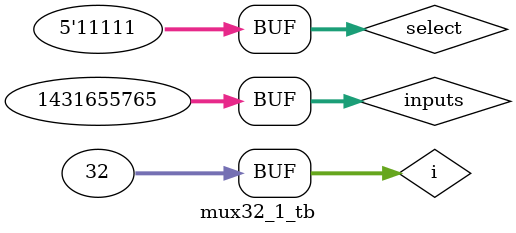
<source format=sv>
`timescale 10ps/1ps
module mux32_1 (out, inputs, select);   
  output logic out;    
  input  logic [31:0] inputs;
  input  logic [4:0] select;
     
  logic  v0, v1;   
  
  mux16_1 m0(.out(v0), .inputs(inputs[15:0]), .select(select[3:0])); //combines 2 16:1 muxes using a 2:1 mux to create 32:1 mux   
  mux16_1 m1(.out(v1), .inputs(inputs[31:16]), .select(select[3:0]));
  mux2_1 m(.out(out), .inputs({v1,v0}), .select(select[4])); // 16:1 muxes outputs go into inputs of 2:1 mux
endmodule

module mux32_1_tb();  // tests various input configurations
  logic  [31:0] inputs;
  logic  [4:0] select;  
  logic  out;      
       
  mux32_1 dut (.out, .inputs, .select);      
     
  integer i;   
  initial begin  
	 inputs = 32'b01010101010101010101010101010101; #960;
    for(i=0; i< 32; i++) begin   
      {select} = i; #30;    
    end   
  end   
endmodule

</source>
